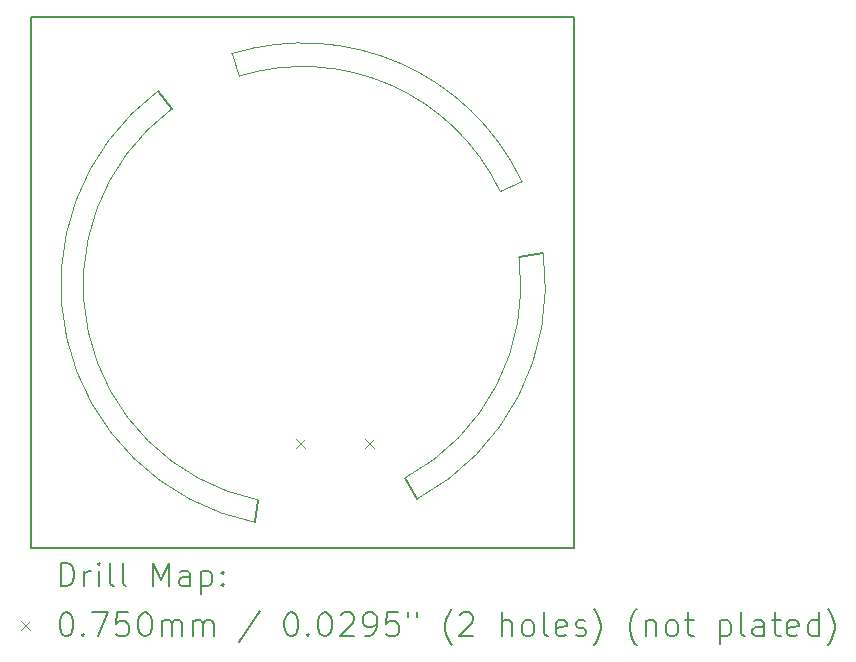
<source format=gbr>
%TF.GenerationSoftware,KiCad,Pcbnew,8.0.1*%
%TF.CreationDate,2024-05-06T20:31:15+02:00*%
%TF.ProjectId,smartknob,736d6172-746b-46e6-9f62-2e6b69636164,rev?*%
%TF.SameCoordinates,Original*%
%TF.FileFunction,Drillmap*%
%TF.FilePolarity,Positive*%
%FSLAX45Y45*%
G04 Gerber Fmt 4.5, Leading zero omitted, Abs format (unit mm)*
G04 Created by KiCad (PCBNEW 8.0.1) date 2024-05-06 20:31:15*
%MOMM*%
%LPD*%
G01*
G04 APERTURE LIST*
%ADD10C,0.050000*%
%ADD11C,0.200000*%
%ADD12C,0.100000*%
G04 APERTURE END LIST*
D10*
X11000000Y-9980000D02*
G75*
G02*
X10176840Y-6325762I402500J2010500D01*
G01*
X13232127Y-7731027D02*
G75*
G02*
X12270000Y-9600000I-1832128J-238973D01*
G01*
D11*
X13232128Y-7731027D02*
X13437570Y-7700321D01*
D10*
X11018243Y-9788368D02*
G75*
G02*
X10290000Y-6480000I381757J1818368D01*
G01*
D11*
X11018243Y-9788368D02*
X11000000Y-9980000D01*
D10*
X10860000Y-6200000D02*
G75*
G02*
X13070780Y-7174390I540000J-1770000D01*
G01*
X10860000Y-6200000D02*
X10800000Y-6010000D01*
X10800000Y-6010000D02*
G75*
G02*
X13253498Y-7088335I602500J-1959500D01*
G01*
D11*
X12270000Y-9600000D02*
X12370000Y-9780000D01*
D10*
X13437570Y-7700321D02*
G75*
G02*
X12370000Y-9780000I-2035070J-269179D01*
G01*
X13070780Y-7174390D02*
X13253498Y-7088335D01*
D11*
X10290000Y-6480000D02*
X10176840Y-6325762D01*
X9100000Y-5700000D02*
X13700000Y-5700000D01*
X13700000Y-10200000D01*
X9100000Y-10200000D01*
X9100000Y-5700000D01*
D12*
X11347500Y-9277050D02*
X11422500Y-9352050D01*
X11422500Y-9277050D02*
X11347500Y-9352050D01*
X11927500Y-9277050D02*
X12002500Y-9352050D01*
X12002500Y-9277050D02*
X11927500Y-9352050D01*
D11*
X9350777Y-10521484D02*
X9350777Y-10321484D01*
X9350777Y-10321484D02*
X9398396Y-10321484D01*
X9398396Y-10321484D02*
X9426967Y-10331008D01*
X9426967Y-10331008D02*
X9446015Y-10350055D01*
X9446015Y-10350055D02*
X9455539Y-10369103D01*
X9455539Y-10369103D02*
X9465063Y-10407198D01*
X9465063Y-10407198D02*
X9465063Y-10435770D01*
X9465063Y-10435770D02*
X9455539Y-10473865D01*
X9455539Y-10473865D02*
X9446015Y-10492912D01*
X9446015Y-10492912D02*
X9426967Y-10511960D01*
X9426967Y-10511960D02*
X9398396Y-10521484D01*
X9398396Y-10521484D02*
X9350777Y-10521484D01*
X9550777Y-10521484D02*
X9550777Y-10388150D01*
X9550777Y-10426246D02*
X9560301Y-10407198D01*
X9560301Y-10407198D02*
X9569824Y-10397674D01*
X9569824Y-10397674D02*
X9588872Y-10388150D01*
X9588872Y-10388150D02*
X9607920Y-10388150D01*
X9674586Y-10521484D02*
X9674586Y-10388150D01*
X9674586Y-10321484D02*
X9665063Y-10331008D01*
X9665063Y-10331008D02*
X9674586Y-10340531D01*
X9674586Y-10340531D02*
X9684110Y-10331008D01*
X9684110Y-10331008D02*
X9674586Y-10321484D01*
X9674586Y-10321484D02*
X9674586Y-10340531D01*
X9798396Y-10521484D02*
X9779348Y-10511960D01*
X9779348Y-10511960D02*
X9769824Y-10492912D01*
X9769824Y-10492912D02*
X9769824Y-10321484D01*
X9903158Y-10521484D02*
X9884110Y-10511960D01*
X9884110Y-10511960D02*
X9874586Y-10492912D01*
X9874586Y-10492912D02*
X9874586Y-10321484D01*
X10131729Y-10521484D02*
X10131729Y-10321484D01*
X10131729Y-10321484D02*
X10198396Y-10464341D01*
X10198396Y-10464341D02*
X10265063Y-10321484D01*
X10265063Y-10321484D02*
X10265063Y-10521484D01*
X10446015Y-10521484D02*
X10446015Y-10416722D01*
X10446015Y-10416722D02*
X10436491Y-10397674D01*
X10436491Y-10397674D02*
X10417444Y-10388150D01*
X10417444Y-10388150D02*
X10379348Y-10388150D01*
X10379348Y-10388150D02*
X10360301Y-10397674D01*
X10446015Y-10511960D02*
X10426967Y-10521484D01*
X10426967Y-10521484D02*
X10379348Y-10521484D01*
X10379348Y-10521484D02*
X10360301Y-10511960D01*
X10360301Y-10511960D02*
X10350777Y-10492912D01*
X10350777Y-10492912D02*
X10350777Y-10473865D01*
X10350777Y-10473865D02*
X10360301Y-10454817D01*
X10360301Y-10454817D02*
X10379348Y-10445293D01*
X10379348Y-10445293D02*
X10426967Y-10445293D01*
X10426967Y-10445293D02*
X10446015Y-10435770D01*
X10541253Y-10388150D02*
X10541253Y-10588150D01*
X10541253Y-10397674D02*
X10560301Y-10388150D01*
X10560301Y-10388150D02*
X10598396Y-10388150D01*
X10598396Y-10388150D02*
X10617444Y-10397674D01*
X10617444Y-10397674D02*
X10626967Y-10407198D01*
X10626967Y-10407198D02*
X10636491Y-10426246D01*
X10636491Y-10426246D02*
X10636491Y-10483389D01*
X10636491Y-10483389D02*
X10626967Y-10502436D01*
X10626967Y-10502436D02*
X10617444Y-10511960D01*
X10617444Y-10511960D02*
X10598396Y-10521484D01*
X10598396Y-10521484D02*
X10560301Y-10521484D01*
X10560301Y-10521484D02*
X10541253Y-10511960D01*
X10722205Y-10502436D02*
X10731729Y-10511960D01*
X10731729Y-10511960D02*
X10722205Y-10521484D01*
X10722205Y-10521484D02*
X10712682Y-10511960D01*
X10712682Y-10511960D02*
X10722205Y-10502436D01*
X10722205Y-10502436D02*
X10722205Y-10521484D01*
X10722205Y-10397674D02*
X10731729Y-10407198D01*
X10731729Y-10407198D02*
X10722205Y-10416722D01*
X10722205Y-10416722D02*
X10712682Y-10407198D01*
X10712682Y-10407198D02*
X10722205Y-10397674D01*
X10722205Y-10397674D02*
X10722205Y-10416722D01*
D12*
X9015000Y-10812500D02*
X9090000Y-10887500D01*
X9090000Y-10812500D02*
X9015000Y-10887500D01*
D11*
X9388872Y-10741484D02*
X9407920Y-10741484D01*
X9407920Y-10741484D02*
X9426967Y-10751008D01*
X9426967Y-10751008D02*
X9436491Y-10760531D01*
X9436491Y-10760531D02*
X9446015Y-10779579D01*
X9446015Y-10779579D02*
X9455539Y-10817674D01*
X9455539Y-10817674D02*
X9455539Y-10865293D01*
X9455539Y-10865293D02*
X9446015Y-10903389D01*
X9446015Y-10903389D02*
X9436491Y-10922436D01*
X9436491Y-10922436D02*
X9426967Y-10931960D01*
X9426967Y-10931960D02*
X9407920Y-10941484D01*
X9407920Y-10941484D02*
X9388872Y-10941484D01*
X9388872Y-10941484D02*
X9369824Y-10931960D01*
X9369824Y-10931960D02*
X9360301Y-10922436D01*
X9360301Y-10922436D02*
X9350777Y-10903389D01*
X9350777Y-10903389D02*
X9341253Y-10865293D01*
X9341253Y-10865293D02*
X9341253Y-10817674D01*
X9341253Y-10817674D02*
X9350777Y-10779579D01*
X9350777Y-10779579D02*
X9360301Y-10760531D01*
X9360301Y-10760531D02*
X9369824Y-10751008D01*
X9369824Y-10751008D02*
X9388872Y-10741484D01*
X9541253Y-10922436D02*
X9550777Y-10931960D01*
X9550777Y-10931960D02*
X9541253Y-10941484D01*
X9541253Y-10941484D02*
X9531729Y-10931960D01*
X9531729Y-10931960D02*
X9541253Y-10922436D01*
X9541253Y-10922436D02*
X9541253Y-10941484D01*
X9617444Y-10741484D02*
X9750777Y-10741484D01*
X9750777Y-10741484D02*
X9665063Y-10941484D01*
X9922205Y-10741484D02*
X9826967Y-10741484D01*
X9826967Y-10741484D02*
X9817444Y-10836722D01*
X9817444Y-10836722D02*
X9826967Y-10827198D01*
X9826967Y-10827198D02*
X9846015Y-10817674D01*
X9846015Y-10817674D02*
X9893634Y-10817674D01*
X9893634Y-10817674D02*
X9912682Y-10827198D01*
X9912682Y-10827198D02*
X9922205Y-10836722D01*
X9922205Y-10836722D02*
X9931729Y-10855770D01*
X9931729Y-10855770D02*
X9931729Y-10903389D01*
X9931729Y-10903389D02*
X9922205Y-10922436D01*
X9922205Y-10922436D02*
X9912682Y-10931960D01*
X9912682Y-10931960D02*
X9893634Y-10941484D01*
X9893634Y-10941484D02*
X9846015Y-10941484D01*
X9846015Y-10941484D02*
X9826967Y-10931960D01*
X9826967Y-10931960D02*
X9817444Y-10922436D01*
X10055539Y-10741484D02*
X10074586Y-10741484D01*
X10074586Y-10741484D02*
X10093634Y-10751008D01*
X10093634Y-10751008D02*
X10103158Y-10760531D01*
X10103158Y-10760531D02*
X10112682Y-10779579D01*
X10112682Y-10779579D02*
X10122205Y-10817674D01*
X10122205Y-10817674D02*
X10122205Y-10865293D01*
X10122205Y-10865293D02*
X10112682Y-10903389D01*
X10112682Y-10903389D02*
X10103158Y-10922436D01*
X10103158Y-10922436D02*
X10093634Y-10931960D01*
X10093634Y-10931960D02*
X10074586Y-10941484D01*
X10074586Y-10941484D02*
X10055539Y-10941484D01*
X10055539Y-10941484D02*
X10036491Y-10931960D01*
X10036491Y-10931960D02*
X10026967Y-10922436D01*
X10026967Y-10922436D02*
X10017444Y-10903389D01*
X10017444Y-10903389D02*
X10007920Y-10865293D01*
X10007920Y-10865293D02*
X10007920Y-10817674D01*
X10007920Y-10817674D02*
X10017444Y-10779579D01*
X10017444Y-10779579D02*
X10026967Y-10760531D01*
X10026967Y-10760531D02*
X10036491Y-10751008D01*
X10036491Y-10751008D02*
X10055539Y-10741484D01*
X10207920Y-10941484D02*
X10207920Y-10808150D01*
X10207920Y-10827198D02*
X10217444Y-10817674D01*
X10217444Y-10817674D02*
X10236491Y-10808150D01*
X10236491Y-10808150D02*
X10265063Y-10808150D01*
X10265063Y-10808150D02*
X10284110Y-10817674D01*
X10284110Y-10817674D02*
X10293634Y-10836722D01*
X10293634Y-10836722D02*
X10293634Y-10941484D01*
X10293634Y-10836722D02*
X10303158Y-10817674D01*
X10303158Y-10817674D02*
X10322205Y-10808150D01*
X10322205Y-10808150D02*
X10350777Y-10808150D01*
X10350777Y-10808150D02*
X10369825Y-10817674D01*
X10369825Y-10817674D02*
X10379348Y-10836722D01*
X10379348Y-10836722D02*
X10379348Y-10941484D01*
X10474586Y-10941484D02*
X10474586Y-10808150D01*
X10474586Y-10827198D02*
X10484110Y-10817674D01*
X10484110Y-10817674D02*
X10503158Y-10808150D01*
X10503158Y-10808150D02*
X10531729Y-10808150D01*
X10531729Y-10808150D02*
X10550777Y-10817674D01*
X10550777Y-10817674D02*
X10560301Y-10836722D01*
X10560301Y-10836722D02*
X10560301Y-10941484D01*
X10560301Y-10836722D02*
X10569825Y-10817674D01*
X10569825Y-10817674D02*
X10588872Y-10808150D01*
X10588872Y-10808150D02*
X10617444Y-10808150D01*
X10617444Y-10808150D02*
X10636491Y-10817674D01*
X10636491Y-10817674D02*
X10646015Y-10836722D01*
X10646015Y-10836722D02*
X10646015Y-10941484D01*
X11036491Y-10731960D02*
X10865063Y-10989103D01*
X11293634Y-10741484D02*
X11312682Y-10741484D01*
X11312682Y-10741484D02*
X11331729Y-10751008D01*
X11331729Y-10751008D02*
X11341253Y-10760531D01*
X11341253Y-10760531D02*
X11350777Y-10779579D01*
X11350777Y-10779579D02*
X11360301Y-10817674D01*
X11360301Y-10817674D02*
X11360301Y-10865293D01*
X11360301Y-10865293D02*
X11350777Y-10903389D01*
X11350777Y-10903389D02*
X11341253Y-10922436D01*
X11341253Y-10922436D02*
X11331729Y-10931960D01*
X11331729Y-10931960D02*
X11312682Y-10941484D01*
X11312682Y-10941484D02*
X11293634Y-10941484D01*
X11293634Y-10941484D02*
X11274586Y-10931960D01*
X11274586Y-10931960D02*
X11265063Y-10922436D01*
X11265063Y-10922436D02*
X11255539Y-10903389D01*
X11255539Y-10903389D02*
X11246015Y-10865293D01*
X11246015Y-10865293D02*
X11246015Y-10817674D01*
X11246015Y-10817674D02*
X11255539Y-10779579D01*
X11255539Y-10779579D02*
X11265063Y-10760531D01*
X11265063Y-10760531D02*
X11274586Y-10751008D01*
X11274586Y-10751008D02*
X11293634Y-10741484D01*
X11446015Y-10922436D02*
X11455539Y-10931960D01*
X11455539Y-10931960D02*
X11446015Y-10941484D01*
X11446015Y-10941484D02*
X11436491Y-10931960D01*
X11436491Y-10931960D02*
X11446015Y-10922436D01*
X11446015Y-10922436D02*
X11446015Y-10941484D01*
X11579348Y-10741484D02*
X11598396Y-10741484D01*
X11598396Y-10741484D02*
X11617444Y-10751008D01*
X11617444Y-10751008D02*
X11626967Y-10760531D01*
X11626967Y-10760531D02*
X11636491Y-10779579D01*
X11636491Y-10779579D02*
X11646015Y-10817674D01*
X11646015Y-10817674D02*
X11646015Y-10865293D01*
X11646015Y-10865293D02*
X11636491Y-10903389D01*
X11636491Y-10903389D02*
X11626967Y-10922436D01*
X11626967Y-10922436D02*
X11617444Y-10931960D01*
X11617444Y-10931960D02*
X11598396Y-10941484D01*
X11598396Y-10941484D02*
X11579348Y-10941484D01*
X11579348Y-10941484D02*
X11560301Y-10931960D01*
X11560301Y-10931960D02*
X11550777Y-10922436D01*
X11550777Y-10922436D02*
X11541253Y-10903389D01*
X11541253Y-10903389D02*
X11531729Y-10865293D01*
X11531729Y-10865293D02*
X11531729Y-10817674D01*
X11531729Y-10817674D02*
X11541253Y-10779579D01*
X11541253Y-10779579D02*
X11550777Y-10760531D01*
X11550777Y-10760531D02*
X11560301Y-10751008D01*
X11560301Y-10751008D02*
X11579348Y-10741484D01*
X11722206Y-10760531D02*
X11731729Y-10751008D01*
X11731729Y-10751008D02*
X11750777Y-10741484D01*
X11750777Y-10741484D02*
X11798396Y-10741484D01*
X11798396Y-10741484D02*
X11817444Y-10751008D01*
X11817444Y-10751008D02*
X11826967Y-10760531D01*
X11826967Y-10760531D02*
X11836491Y-10779579D01*
X11836491Y-10779579D02*
X11836491Y-10798627D01*
X11836491Y-10798627D02*
X11826967Y-10827198D01*
X11826967Y-10827198D02*
X11712682Y-10941484D01*
X11712682Y-10941484D02*
X11836491Y-10941484D01*
X11931729Y-10941484D02*
X11969825Y-10941484D01*
X11969825Y-10941484D02*
X11988872Y-10931960D01*
X11988872Y-10931960D02*
X11998396Y-10922436D01*
X11998396Y-10922436D02*
X12017444Y-10893865D01*
X12017444Y-10893865D02*
X12026967Y-10855770D01*
X12026967Y-10855770D02*
X12026967Y-10779579D01*
X12026967Y-10779579D02*
X12017444Y-10760531D01*
X12017444Y-10760531D02*
X12007920Y-10751008D01*
X12007920Y-10751008D02*
X11988872Y-10741484D01*
X11988872Y-10741484D02*
X11950777Y-10741484D01*
X11950777Y-10741484D02*
X11931729Y-10751008D01*
X11931729Y-10751008D02*
X11922206Y-10760531D01*
X11922206Y-10760531D02*
X11912682Y-10779579D01*
X11912682Y-10779579D02*
X11912682Y-10827198D01*
X11912682Y-10827198D02*
X11922206Y-10846246D01*
X11922206Y-10846246D02*
X11931729Y-10855770D01*
X11931729Y-10855770D02*
X11950777Y-10865293D01*
X11950777Y-10865293D02*
X11988872Y-10865293D01*
X11988872Y-10865293D02*
X12007920Y-10855770D01*
X12007920Y-10855770D02*
X12017444Y-10846246D01*
X12017444Y-10846246D02*
X12026967Y-10827198D01*
X12207920Y-10741484D02*
X12112682Y-10741484D01*
X12112682Y-10741484D02*
X12103158Y-10836722D01*
X12103158Y-10836722D02*
X12112682Y-10827198D01*
X12112682Y-10827198D02*
X12131729Y-10817674D01*
X12131729Y-10817674D02*
X12179348Y-10817674D01*
X12179348Y-10817674D02*
X12198396Y-10827198D01*
X12198396Y-10827198D02*
X12207920Y-10836722D01*
X12207920Y-10836722D02*
X12217444Y-10855770D01*
X12217444Y-10855770D02*
X12217444Y-10903389D01*
X12217444Y-10903389D02*
X12207920Y-10922436D01*
X12207920Y-10922436D02*
X12198396Y-10931960D01*
X12198396Y-10931960D02*
X12179348Y-10941484D01*
X12179348Y-10941484D02*
X12131729Y-10941484D01*
X12131729Y-10941484D02*
X12112682Y-10931960D01*
X12112682Y-10931960D02*
X12103158Y-10922436D01*
X12293634Y-10741484D02*
X12293634Y-10779579D01*
X12369825Y-10741484D02*
X12369825Y-10779579D01*
X12665063Y-11017674D02*
X12655539Y-11008150D01*
X12655539Y-11008150D02*
X12636491Y-10979579D01*
X12636491Y-10979579D02*
X12626968Y-10960531D01*
X12626968Y-10960531D02*
X12617444Y-10931960D01*
X12617444Y-10931960D02*
X12607920Y-10884341D01*
X12607920Y-10884341D02*
X12607920Y-10846246D01*
X12607920Y-10846246D02*
X12617444Y-10798627D01*
X12617444Y-10798627D02*
X12626968Y-10770055D01*
X12626968Y-10770055D02*
X12636491Y-10751008D01*
X12636491Y-10751008D02*
X12655539Y-10722436D01*
X12655539Y-10722436D02*
X12665063Y-10712912D01*
X12731729Y-10760531D02*
X12741253Y-10751008D01*
X12741253Y-10751008D02*
X12760301Y-10741484D01*
X12760301Y-10741484D02*
X12807920Y-10741484D01*
X12807920Y-10741484D02*
X12826968Y-10751008D01*
X12826968Y-10751008D02*
X12836491Y-10760531D01*
X12836491Y-10760531D02*
X12846015Y-10779579D01*
X12846015Y-10779579D02*
X12846015Y-10798627D01*
X12846015Y-10798627D02*
X12836491Y-10827198D01*
X12836491Y-10827198D02*
X12722206Y-10941484D01*
X12722206Y-10941484D02*
X12846015Y-10941484D01*
X13084110Y-10941484D02*
X13084110Y-10741484D01*
X13169825Y-10941484D02*
X13169825Y-10836722D01*
X13169825Y-10836722D02*
X13160301Y-10817674D01*
X13160301Y-10817674D02*
X13141253Y-10808150D01*
X13141253Y-10808150D02*
X13112682Y-10808150D01*
X13112682Y-10808150D02*
X13093634Y-10817674D01*
X13093634Y-10817674D02*
X13084110Y-10827198D01*
X13293634Y-10941484D02*
X13274587Y-10931960D01*
X13274587Y-10931960D02*
X13265063Y-10922436D01*
X13265063Y-10922436D02*
X13255539Y-10903389D01*
X13255539Y-10903389D02*
X13255539Y-10846246D01*
X13255539Y-10846246D02*
X13265063Y-10827198D01*
X13265063Y-10827198D02*
X13274587Y-10817674D01*
X13274587Y-10817674D02*
X13293634Y-10808150D01*
X13293634Y-10808150D02*
X13322206Y-10808150D01*
X13322206Y-10808150D02*
X13341253Y-10817674D01*
X13341253Y-10817674D02*
X13350777Y-10827198D01*
X13350777Y-10827198D02*
X13360301Y-10846246D01*
X13360301Y-10846246D02*
X13360301Y-10903389D01*
X13360301Y-10903389D02*
X13350777Y-10922436D01*
X13350777Y-10922436D02*
X13341253Y-10931960D01*
X13341253Y-10931960D02*
X13322206Y-10941484D01*
X13322206Y-10941484D02*
X13293634Y-10941484D01*
X13474587Y-10941484D02*
X13455539Y-10931960D01*
X13455539Y-10931960D02*
X13446015Y-10912912D01*
X13446015Y-10912912D02*
X13446015Y-10741484D01*
X13626968Y-10931960D02*
X13607920Y-10941484D01*
X13607920Y-10941484D02*
X13569825Y-10941484D01*
X13569825Y-10941484D02*
X13550777Y-10931960D01*
X13550777Y-10931960D02*
X13541253Y-10912912D01*
X13541253Y-10912912D02*
X13541253Y-10836722D01*
X13541253Y-10836722D02*
X13550777Y-10817674D01*
X13550777Y-10817674D02*
X13569825Y-10808150D01*
X13569825Y-10808150D02*
X13607920Y-10808150D01*
X13607920Y-10808150D02*
X13626968Y-10817674D01*
X13626968Y-10817674D02*
X13636491Y-10836722D01*
X13636491Y-10836722D02*
X13636491Y-10855770D01*
X13636491Y-10855770D02*
X13541253Y-10874817D01*
X13712682Y-10931960D02*
X13731730Y-10941484D01*
X13731730Y-10941484D02*
X13769825Y-10941484D01*
X13769825Y-10941484D02*
X13788872Y-10931960D01*
X13788872Y-10931960D02*
X13798396Y-10912912D01*
X13798396Y-10912912D02*
X13798396Y-10903389D01*
X13798396Y-10903389D02*
X13788872Y-10884341D01*
X13788872Y-10884341D02*
X13769825Y-10874817D01*
X13769825Y-10874817D02*
X13741253Y-10874817D01*
X13741253Y-10874817D02*
X13722206Y-10865293D01*
X13722206Y-10865293D02*
X13712682Y-10846246D01*
X13712682Y-10846246D02*
X13712682Y-10836722D01*
X13712682Y-10836722D02*
X13722206Y-10817674D01*
X13722206Y-10817674D02*
X13741253Y-10808150D01*
X13741253Y-10808150D02*
X13769825Y-10808150D01*
X13769825Y-10808150D02*
X13788872Y-10817674D01*
X13865063Y-11017674D02*
X13874587Y-11008150D01*
X13874587Y-11008150D02*
X13893634Y-10979579D01*
X13893634Y-10979579D02*
X13903158Y-10960531D01*
X13903158Y-10960531D02*
X13912682Y-10931960D01*
X13912682Y-10931960D02*
X13922206Y-10884341D01*
X13922206Y-10884341D02*
X13922206Y-10846246D01*
X13922206Y-10846246D02*
X13912682Y-10798627D01*
X13912682Y-10798627D02*
X13903158Y-10770055D01*
X13903158Y-10770055D02*
X13893634Y-10751008D01*
X13893634Y-10751008D02*
X13874587Y-10722436D01*
X13874587Y-10722436D02*
X13865063Y-10712912D01*
X14226968Y-11017674D02*
X14217444Y-11008150D01*
X14217444Y-11008150D02*
X14198396Y-10979579D01*
X14198396Y-10979579D02*
X14188872Y-10960531D01*
X14188872Y-10960531D02*
X14179349Y-10931960D01*
X14179349Y-10931960D02*
X14169825Y-10884341D01*
X14169825Y-10884341D02*
X14169825Y-10846246D01*
X14169825Y-10846246D02*
X14179349Y-10798627D01*
X14179349Y-10798627D02*
X14188872Y-10770055D01*
X14188872Y-10770055D02*
X14198396Y-10751008D01*
X14198396Y-10751008D02*
X14217444Y-10722436D01*
X14217444Y-10722436D02*
X14226968Y-10712912D01*
X14303158Y-10808150D02*
X14303158Y-10941484D01*
X14303158Y-10827198D02*
X14312682Y-10817674D01*
X14312682Y-10817674D02*
X14331730Y-10808150D01*
X14331730Y-10808150D02*
X14360301Y-10808150D01*
X14360301Y-10808150D02*
X14379349Y-10817674D01*
X14379349Y-10817674D02*
X14388872Y-10836722D01*
X14388872Y-10836722D02*
X14388872Y-10941484D01*
X14512682Y-10941484D02*
X14493634Y-10931960D01*
X14493634Y-10931960D02*
X14484111Y-10922436D01*
X14484111Y-10922436D02*
X14474587Y-10903389D01*
X14474587Y-10903389D02*
X14474587Y-10846246D01*
X14474587Y-10846246D02*
X14484111Y-10827198D01*
X14484111Y-10827198D02*
X14493634Y-10817674D01*
X14493634Y-10817674D02*
X14512682Y-10808150D01*
X14512682Y-10808150D02*
X14541253Y-10808150D01*
X14541253Y-10808150D02*
X14560301Y-10817674D01*
X14560301Y-10817674D02*
X14569825Y-10827198D01*
X14569825Y-10827198D02*
X14579349Y-10846246D01*
X14579349Y-10846246D02*
X14579349Y-10903389D01*
X14579349Y-10903389D02*
X14569825Y-10922436D01*
X14569825Y-10922436D02*
X14560301Y-10931960D01*
X14560301Y-10931960D02*
X14541253Y-10941484D01*
X14541253Y-10941484D02*
X14512682Y-10941484D01*
X14636492Y-10808150D02*
X14712682Y-10808150D01*
X14665063Y-10741484D02*
X14665063Y-10912912D01*
X14665063Y-10912912D02*
X14674587Y-10931960D01*
X14674587Y-10931960D02*
X14693634Y-10941484D01*
X14693634Y-10941484D02*
X14712682Y-10941484D01*
X14931730Y-10808150D02*
X14931730Y-11008150D01*
X14931730Y-10817674D02*
X14950777Y-10808150D01*
X14950777Y-10808150D02*
X14988873Y-10808150D01*
X14988873Y-10808150D02*
X15007920Y-10817674D01*
X15007920Y-10817674D02*
X15017444Y-10827198D01*
X15017444Y-10827198D02*
X15026968Y-10846246D01*
X15026968Y-10846246D02*
X15026968Y-10903389D01*
X15026968Y-10903389D02*
X15017444Y-10922436D01*
X15017444Y-10922436D02*
X15007920Y-10931960D01*
X15007920Y-10931960D02*
X14988873Y-10941484D01*
X14988873Y-10941484D02*
X14950777Y-10941484D01*
X14950777Y-10941484D02*
X14931730Y-10931960D01*
X15141253Y-10941484D02*
X15122206Y-10931960D01*
X15122206Y-10931960D02*
X15112682Y-10912912D01*
X15112682Y-10912912D02*
X15112682Y-10741484D01*
X15303158Y-10941484D02*
X15303158Y-10836722D01*
X15303158Y-10836722D02*
X15293634Y-10817674D01*
X15293634Y-10817674D02*
X15274587Y-10808150D01*
X15274587Y-10808150D02*
X15236492Y-10808150D01*
X15236492Y-10808150D02*
X15217444Y-10817674D01*
X15303158Y-10931960D02*
X15284111Y-10941484D01*
X15284111Y-10941484D02*
X15236492Y-10941484D01*
X15236492Y-10941484D02*
X15217444Y-10931960D01*
X15217444Y-10931960D02*
X15207920Y-10912912D01*
X15207920Y-10912912D02*
X15207920Y-10893865D01*
X15207920Y-10893865D02*
X15217444Y-10874817D01*
X15217444Y-10874817D02*
X15236492Y-10865293D01*
X15236492Y-10865293D02*
X15284111Y-10865293D01*
X15284111Y-10865293D02*
X15303158Y-10855770D01*
X15369825Y-10808150D02*
X15446015Y-10808150D01*
X15398396Y-10741484D02*
X15398396Y-10912912D01*
X15398396Y-10912912D02*
X15407920Y-10931960D01*
X15407920Y-10931960D02*
X15426968Y-10941484D01*
X15426968Y-10941484D02*
X15446015Y-10941484D01*
X15588873Y-10931960D02*
X15569825Y-10941484D01*
X15569825Y-10941484D02*
X15531730Y-10941484D01*
X15531730Y-10941484D02*
X15512682Y-10931960D01*
X15512682Y-10931960D02*
X15503158Y-10912912D01*
X15503158Y-10912912D02*
X15503158Y-10836722D01*
X15503158Y-10836722D02*
X15512682Y-10817674D01*
X15512682Y-10817674D02*
X15531730Y-10808150D01*
X15531730Y-10808150D02*
X15569825Y-10808150D01*
X15569825Y-10808150D02*
X15588873Y-10817674D01*
X15588873Y-10817674D02*
X15598396Y-10836722D01*
X15598396Y-10836722D02*
X15598396Y-10855770D01*
X15598396Y-10855770D02*
X15503158Y-10874817D01*
X15769825Y-10941484D02*
X15769825Y-10741484D01*
X15769825Y-10931960D02*
X15750777Y-10941484D01*
X15750777Y-10941484D02*
X15712682Y-10941484D01*
X15712682Y-10941484D02*
X15693634Y-10931960D01*
X15693634Y-10931960D02*
X15684111Y-10922436D01*
X15684111Y-10922436D02*
X15674587Y-10903389D01*
X15674587Y-10903389D02*
X15674587Y-10846246D01*
X15674587Y-10846246D02*
X15684111Y-10827198D01*
X15684111Y-10827198D02*
X15693634Y-10817674D01*
X15693634Y-10817674D02*
X15712682Y-10808150D01*
X15712682Y-10808150D02*
X15750777Y-10808150D01*
X15750777Y-10808150D02*
X15769825Y-10817674D01*
X15846015Y-11017674D02*
X15855539Y-11008150D01*
X15855539Y-11008150D02*
X15874587Y-10979579D01*
X15874587Y-10979579D02*
X15884111Y-10960531D01*
X15884111Y-10960531D02*
X15893634Y-10931960D01*
X15893634Y-10931960D02*
X15903158Y-10884341D01*
X15903158Y-10884341D02*
X15903158Y-10846246D01*
X15903158Y-10846246D02*
X15893634Y-10798627D01*
X15893634Y-10798627D02*
X15884111Y-10770055D01*
X15884111Y-10770055D02*
X15874587Y-10751008D01*
X15874587Y-10751008D02*
X15855539Y-10722436D01*
X15855539Y-10722436D02*
X15846015Y-10712912D01*
M02*

</source>
